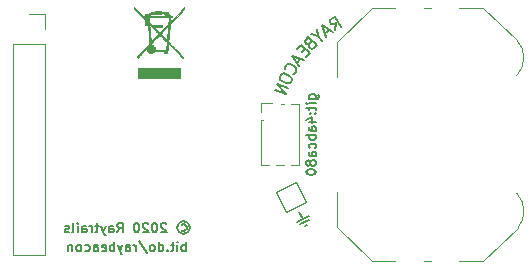
<source format=gbr>
G04 #@! TF.GenerationSoftware,KiCad,Pcbnew,(5.1.5-0)*
G04 #@! TF.CreationDate,2020-05-02T01:07:30+03:00*
G04 #@! TF.ProjectId,raybeacon,72617962-6561-4636-9f6e-2e6b69636164,1.4*
G04 #@! TF.SameCoordinates,PX8f0d180PY5f5e100*
G04 #@! TF.FileFunction,Legend,Bot*
G04 #@! TF.FilePolarity,Positive*
%FSLAX46Y46*%
G04 Gerber Fmt 4.6, Leading zero omitted, Abs format (unit mm)*
G04 Created by KiCad (PCBNEW (5.1.5-0)) date 2020-05-02 01:07:30*
%MOMM*%
%LPD*%
G04 APERTURE LIST*
%ADD10C,0.150000*%
%ADD11C,0.200000*%
%ADD12C,0.120000*%
%ADD13C,0.010000*%
%ADD14C,2.100000*%
%ADD15C,0.990600*%
%ADD16C,0.400000*%
%ADD17R,1.000000X1.000000*%
%ADD18O,1.000000X1.000000*%
%ADD19C,17.800000*%
%ADD20C,2.300000*%
%ADD21R,1.700000X1.700000*%
%ADD22O,1.700000X1.700000*%
%ADD23C,0.100000*%
G04 APERTURE END LIST*
D10*
X-7971429Y3009524D02*
X-7323810Y3009524D01*
X-7247620Y3047620D01*
X-7209524Y3085715D01*
X-7171429Y3161905D01*
X-7171429Y3276191D01*
X-7209524Y3352381D01*
X-7476191Y3009524D02*
X-7438096Y3085715D01*
X-7438096Y3238096D01*
X-7476191Y3314286D01*
X-7514286Y3352381D01*
X-7590477Y3390477D01*
X-7819048Y3390477D01*
X-7895239Y3352381D01*
X-7933334Y3314286D01*
X-7971429Y3238096D01*
X-7971429Y3085715D01*
X-7933334Y3009524D01*
X-7438096Y2628572D02*
X-7971429Y2628572D01*
X-8238096Y2628572D02*
X-8200000Y2666667D01*
X-8161905Y2628572D01*
X-8200000Y2590477D01*
X-8238096Y2628572D01*
X-8161905Y2628572D01*
X-7971429Y2361905D02*
X-7971429Y2057143D01*
X-8238096Y2247620D02*
X-7552381Y2247620D01*
X-7476191Y2209524D01*
X-7438096Y2133334D01*
X-7438096Y2057143D01*
X-7514286Y1790477D02*
X-7476191Y1752381D01*
X-7438096Y1790477D01*
X-7476191Y1828572D01*
X-7514286Y1790477D01*
X-7438096Y1790477D01*
X-7933334Y1790477D02*
X-7895239Y1752381D01*
X-7857143Y1790477D01*
X-7895239Y1828572D01*
X-7933334Y1790477D01*
X-7857143Y1790477D01*
X-7971429Y1066667D02*
X-7438096Y1066667D01*
X-8276191Y1257143D02*
X-7704762Y1447620D01*
X-7704762Y952381D01*
X-7438096Y304762D02*
X-7857143Y304762D01*
X-7933334Y342858D01*
X-7971429Y419048D01*
X-7971429Y571429D01*
X-7933334Y647620D01*
X-7476191Y304762D02*
X-7438096Y380953D01*
X-7438096Y571429D01*
X-7476191Y647620D01*
X-7552381Y685715D01*
X-7628572Y685715D01*
X-7704762Y647620D01*
X-7742858Y571429D01*
X-7742858Y380953D01*
X-7780953Y304762D01*
X-7438096Y-76190D02*
X-8238096Y-76190D01*
X-7933334Y-76190D02*
X-7971429Y-152380D01*
X-7971429Y-304761D01*
X-7933334Y-380952D01*
X-7895239Y-419047D01*
X-7819048Y-457142D01*
X-7590477Y-457142D01*
X-7514286Y-419047D01*
X-7476191Y-380952D01*
X-7438096Y-304761D01*
X-7438096Y-152380D01*
X-7476191Y-76190D01*
X-7476191Y-1142857D02*
X-7438096Y-1066666D01*
X-7438096Y-914285D01*
X-7476191Y-838095D01*
X-7514286Y-800000D01*
X-7590477Y-761904D01*
X-7819048Y-761904D01*
X-7895239Y-800000D01*
X-7933334Y-838095D01*
X-7971429Y-914285D01*
X-7971429Y-1066666D01*
X-7933334Y-1142857D01*
X-7438096Y-1828571D02*
X-7857143Y-1828571D01*
X-7933334Y-1790476D01*
X-7971429Y-1714285D01*
X-7971429Y-1561904D01*
X-7933334Y-1485714D01*
X-7476191Y-1828571D02*
X-7438096Y-1752380D01*
X-7438096Y-1561904D01*
X-7476191Y-1485714D01*
X-7552381Y-1447619D01*
X-7628572Y-1447619D01*
X-7704762Y-1485714D01*
X-7742858Y-1561904D01*
X-7742858Y-1752380D01*
X-7780953Y-1828571D01*
X-7895239Y-2323809D02*
X-7933334Y-2247619D01*
X-7971429Y-2209523D01*
X-8047620Y-2171428D01*
X-8085715Y-2171428D01*
X-8161905Y-2209523D01*
X-8200000Y-2247619D01*
X-8238096Y-2323809D01*
X-8238096Y-2476190D01*
X-8200000Y-2552380D01*
X-8161905Y-2590476D01*
X-8085715Y-2628571D01*
X-8047620Y-2628571D01*
X-7971429Y-2590476D01*
X-7933334Y-2552380D01*
X-7895239Y-2476190D01*
X-7895239Y-2323809D01*
X-7857143Y-2247619D01*
X-7819048Y-2209523D01*
X-7742858Y-2171428D01*
X-7590477Y-2171428D01*
X-7514286Y-2209523D01*
X-7476191Y-2247619D01*
X-7438096Y-2323809D01*
X-7438096Y-2476190D01*
X-7476191Y-2552380D01*
X-7514286Y-2590476D01*
X-7590477Y-2628571D01*
X-7742858Y-2628571D01*
X-7819048Y-2590476D01*
X-7857143Y-2552380D01*
X-7895239Y-2476190D01*
X-8238096Y-3123809D02*
X-8238096Y-3200000D01*
X-8200000Y-3276190D01*
X-8161905Y-3314285D01*
X-8085715Y-3352380D01*
X-7933334Y-3390476D01*
X-7742858Y-3390476D01*
X-7590477Y-3352380D01*
X-7514286Y-3314285D01*
X-7476191Y-3276190D01*
X-7438096Y-3200000D01*
X-7438096Y-3123809D01*
X-7476191Y-3047619D01*
X-7514286Y-3009523D01*
X-7590477Y-2971428D01*
X-7742858Y-2933333D01*
X-7933334Y-2933333D01*
X-8085715Y-2971428D01*
X-8161905Y-3009523D01*
X-8200000Y-3047619D01*
X-8238096Y-3123809D01*
D11*
X-8504217Y-7165645D02*
X-8822010Y-6541941D01*
X-9038820Y-7438039D02*
X-7969613Y-6893251D01*
X-8724423Y-7614542D02*
X-8011615Y-7251351D01*
X-8320924Y-7745647D02*
X-8142722Y-7654850D01*
D10*
X-18790477Y-7652380D02*
X-18714286Y-7614285D01*
X-18561905Y-7614285D01*
X-18485715Y-7652380D01*
X-18409524Y-7728571D01*
X-18371429Y-7804761D01*
X-18371429Y-7957142D01*
X-18409524Y-8033333D01*
X-18485715Y-8109523D01*
X-18561905Y-8147619D01*
X-18714286Y-8147619D01*
X-18790477Y-8109523D01*
X-18638096Y-7347619D02*
X-18447620Y-7385714D01*
X-18257143Y-7500000D01*
X-18142858Y-7690476D01*
X-18104762Y-7880952D01*
X-18142858Y-8071428D01*
X-18257143Y-8261904D01*
X-18447620Y-8376190D01*
X-18638096Y-8414285D01*
X-18828572Y-8376190D01*
X-19019048Y-8261904D01*
X-19133334Y-8071428D01*
X-19171429Y-7880952D01*
X-19133334Y-7690476D01*
X-19019048Y-7500000D01*
X-18828572Y-7385714D01*
X-18638096Y-7347619D01*
X-20085715Y-7538095D02*
X-20123810Y-7500000D01*
X-20200000Y-7461904D01*
X-20390477Y-7461904D01*
X-20466667Y-7500000D01*
X-20504762Y-7538095D01*
X-20542858Y-7614285D01*
X-20542858Y-7690476D01*
X-20504762Y-7804761D01*
X-20047620Y-8261904D01*
X-20542858Y-8261904D01*
X-21038096Y-7461904D02*
X-21114286Y-7461904D01*
X-21190477Y-7500000D01*
X-21228572Y-7538095D01*
X-21266667Y-7614285D01*
X-21304762Y-7766666D01*
X-21304762Y-7957142D01*
X-21266667Y-8109523D01*
X-21228572Y-8185714D01*
X-21190477Y-8223809D01*
X-21114286Y-8261904D01*
X-21038096Y-8261904D01*
X-20961905Y-8223809D01*
X-20923810Y-8185714D01*
X-20885715Y-8109523D01*
X-20847620Y-7957142D01*
X-20847620Y-7766666D01*
X-20885715Y-7614285D01*
X-20923810Y-7538095D01*
X-20961905Y-7500000D01*
X-21038096Y-7461904D01*
X-21609524Y-7538095D02*
X-21647620Y-7500000D01*
X-21723810Y-7461904D01*
X-21914286Y-7461904D01*
X-21990477Y-7500000D01*
X-22028572Y-7538095D01*
X-22066667Y-7614285D01*
X-22066667Y-7690476D01*
X-22028572Y-7804761D01*
X-21571429Y-8261904D01*
X-22066667Y-8261904D01*
X-22561905Y-7461904D02*
X-22638096Y-7461904D01*
X-22714286Y-7500000D01*
X-22752381Y-7538095D01*
X-22790477Y-7614285D01*
X-22828572Y-7766666D01*
X-22828572Y-7957142D01*
X-22790477Y-8109523D01*
X-22752381Y-8185714D01*
X-22714286Y-8223809D01*
X-22638096Y-8261904D01*
X-22561905Y-8261904D01*
X-22485715Y-8223809D01*
X-22447620Y-8185714D01*
X-22409524Y-8109523D01*
X-22371429Y-7957142D01*
X-22371429Y-7766666D01*
X-22409524Y-7614285D01*
X-22447620Y-7538095D01*
X-22485715Y-7500000D01*
X-22561905Y-7461904D01*
X-24238096Y-8261904D02*
X-23971429Y-7880952D01*
X-23780953Y-8261904D02*
X-23780953Y-7461904D01*
X-24085715Y-7461904D01*
X-24161905Y-7500000D01*
X-24200000Y-7538095D01*
X-24238096Y-7614285D01*
X-24238096Y-7728571D01*
X-24200000Y-7804761D01*
X-24161905Y-7842857D01*
X-24085715Y-7880952D01*
X-23780953Y-7880952D01*
X-24923810Y-8261904D02*
X-24923810Y-7842857D01*
X-24885715Y-7766666D01*
X-24809524Y-7728571D01*
X-24657143Y-7728571D01*
X-24580953Y-7766666D01*
X-24923810Y-8223809D02*
X-24847620Y-8261904D01*
X-24657143Y-8261904D01*
X-24580953Y-8223809D01*
X-24542858Y-8147619D01*
X-24542858Y-8071428D01*
X-24580953Y-7995238D01*
X-24657143Y-7957142D01*
X-24847620Y-7957142D01*
X-24923810Y-7919047D01*
X-25228572Y-7728571D02*
X-25419048Y-8261904D01*
X-25609524Y-7728571D02*
X-25419048Y-8261904D01*
X-25342858Y-8452380D01*
X-25304762Y-8490476D01*
X-25228572Y-8528571D01*
X-25800000Y-7728571D02*
X-26104762Y-7728571D01*
X-25914286Y-7461904D02*
X-25914286Y-8147619D01*
X-25952381Y-8223809D01*
X-26028572Y-8261904D01*
X-26104762Y-8261904D01*
X-26371429Y-8261904D02*
X-26371429Y-7728571D01*
X-26371429Y-7880952D02*
X-26409524Y-7804761D01*
X-26447620Y-7766666D01*
X-26523810Y-7728571D01*
X-26600000Y-7728571D01*
X-27209524Y-8261904D02*
X-27209524Y-7842857D01*
X-27171429Y-7766666D01*
X-27095239Y-7728571D01*
X-26942858Y-7728571D01*
X-26866667Y-7766666D01*
X-27209524Y-8223809D02*
X-27133334Y-8261904D01*
X-26942858Y-8261904D01*
X-26866667Y-8223809D01*
X-26828572Y-8147619D01*
X-26828572Y-8071428D01*
X-26866667Y-7995238D01*
X-26942858Y-7957142D01*
X-27133334Y-7957142D01*
X-27209524Y-7919047D01*
X-27590477Y-8261904D02*
X-27590477Y-7728571D01*
X-27590477Y-7461904D02*
X-27552381Y-7500000D01*
X-27590477Y-7538095D01*
X-27628572Y-7500000D01*
X-27590477Y-7461904D01*
X-27590477Y-7538095D01*
X-28085715Y-8261904D02*
X-28009524Y-8223809D01*
X-27971429Y-8147619D01*
X-27971429Y-7461904D01*
X-28352381Y-8223809D02*
X-28428572Y-8261904D01*
X-28580953Y-8261904D01*
X-28657143Y-8223809D01*
X-28695239Y-8147619D01*
X-28695239Y-8109523D01*
X-28657143Y-8033333D01*
X-28580953Y-7995238D01*
X-28466667Y-7995238D01*
X-28390477Y-7957142D01*
X-28352381Y-7880952D01*
X-28352381Y-7842857D01*
X-28390477Y-7766666D01*
X-28466667Y-7728571D01*
X-28580953Y-7728571D01*
X-28657143Y-7766666D01*
X-18428572Y-9861904D02*
X-18428572Y-9061904D01*
X-18428572Y-9366666D02*
X-18504762Y-9328571D01*
X-18657143Y-9328571D01*
X-18733334Y-9366666D01*
X-18771429Y-9404761D01*
X-18809524Y-9480952D01*
X-18809524Y-9709523D01*
X-18771429Y-9785714D01*
X-18733334Y-9823809D01*
X-18657143Y-9861904D01*
X-18504762Y-9861904D01*
X-18428572Y-9823809D01*
X-19152381Y-9861904D02*
X-19152381Y-9328571D01*
X-19152381Y-9061904D02*
X-19114286Y-9100000D01*
X-19152381Y-9138095D01*
X-19190477Y-9100000D01*
X-19152381Y-9061904D01*
X-19152381Y-9138095D01*
X-19419048Y-9328571D02*
X-19723810Y-9328571D01*
X-19533334Y-9061904D02*
X-19533334Y-9747619D01*
X-19571429Y-9823809D01*
X-19647620Y-9861904D01*
X-19723810Y-9861904D01*
X-19990477Y-9785714D02*
X-20028572Y-9823809D01*
X-19990477Y-9861904D01*
X-19952381Y-9823809D01*
X-19990477Y-9785714D01*
X-19990477Y-9861904D01*
X-20714286Y-9861904D02*
X-20714286Y-9061904D01*
X-20714286Y-9823809D02*
X-20638096Y-9861904D01*
X-20485715Y-9861904D01*
X-20409524Y-9823809D01*
X-20371429Y-9785714D01*
X-20333334Y-9709523D01*
X-20333334Y-9480952D01*
X-20371429Y-9404761D01*
X-20409524Y-9366666D01*
X-20485715Y-9328571D01*
X-20638096Y-9328571D01*
X-20714286Y-9366666D01*
X-21209524Y-9861904D02*
X-21133334Y-9823809D01*
X-21095239Y-9785714D01*
X-21057143Y-9709523D01*
X-21057143Y-9480952D01*
X-21095239Y-9404761D01*
X-21133334Y-9366666D01*
X-21209524Y-9328571D01*
X-21323810Y-9328571D01*
X-21400000Y-9366666D01*
X-21438096Y-9404761D01*
X-21476191Y-9480952D01*
X-21476191Y-9709523D01*
X-21438096Y-9785714D01*
X-21400000Y-9823809D01*
X-21323810Y-9861904D01*
X-21209524Y-9861904D01*
X-22390477Y-9023809D02*
X-21704762Y-10052380D01*
X-22657143Y-9861904D02*
X-22657143Y-9328571D01*
X-22657143Y-9480952D02*
X-22695239Y-9404761D01*
X-22733334Y-9366666D01*
X-22809524Y-9328571D01*
X-22885715Y-9328571D01*
X-23495239Y-9861904D02*
X-23495239Y-9442857D01*
X-23457143Y-9366666D01*
X-23380953Y-9328571D01*
X-23228572Y-9328571D01*
X-23152381Y-9366666D01*
X-23495239Y-9823809D02*
X-23419048Y-9861904D01*
X-23228572Y-9861904D01*
X-23152381Y-9823809D01*
X-23114286Y-9747619D01*
X-23114286Y-9671428D01*
X-23152381Y-9595238D01*
X-23228572Y-9557142D01*
X-23419048Y-9557142D01*
X-23495239Y-9519047D01*
X-23800000Y-9328571D02*
X-23990477Y-9861904D01*
X-24180953Y-9328571D02*
X-23990477Y-9861904D01*
X-23914286Y-10052380D01*
X-23876191Y-10090476D01*
X-23800000Y-10128571D01*
X-24485715Y-9861904D02*
X-24485715Y-9061904D01*
X-24485715Y-9366666D02*
X-24561905Y-9328571D01*
X-24714286Y-9328571D01*
X-24790477Y-9366666D01*
X-24828572Y-9404761D01*
X-24866667Y-9480952D01*
X-24866667Y-9709523D01*
X-24828572Y-9785714D01*
X-24790477Y-9823809D01*
X-24714286Y-9861904D01*
X-24561905Y-9861904D01*
X-24485715Y-9823809D01*
X-25514286Y-9823809D02*
X-25438096Y-9861904D01*
X-25285715Y-9861904D01*
X-25209524Y-9823809D01*
X-25171429Y-9747619D01*
X-25171429Y-9442857D01*
X-25209524Y-9366666D01*
X-25285715Y-9328571D01*
X-25438096Y-9328571D01*
X-25514286Y-9366666D01*
X-25552381Y-9442857D01*
X-25552381Y-9519047D01*
X-25171429Y-9595238D01*
X-26238096Y-9861904D02*
X-26238096Y-9442857D01*
X-26200000Y-9366666D01*
X-26123810Y-9328571D01*
X-25971429Y-9328571D01*
X-25895239Y-9366666D01*
X-26238096Y-9823809D02*
X-26161905Y-9861904D01*
X-25971429Y-9861904D01*
X-25895239Y-9823809D01*
X-25857143Y-9747619D01*
X-25857143Y-9671428D01*
X-25895239Y-9595238D01*
X-25971429Y-9557142D01*
X-26161905Y-9557142D01*
X-26238096Y-9519047D01*
X-26961905Y-9823809D02*
X-26885715Y-9861904D01*
X-26733334Y-9861904D01*
X-26657143Y-9823809D01*
X-26619048Y-9785714D01*
X-26580953Y-9709523D01*
X-26580953Y-9480952D01*
X-26619048Y-9404761D01*
X-26657143Y-9366666D01*
X-26733334Y-9328571D01*
X-26885715Y-9328571D01*
X-26961905Y-9366666D01*
X-27419048Y-9861904D02*
X-27342858Y-9823809D01*
X-27304762Y-9785714D01*
X-27266667Y-9709523D01*
X-27266667Y-9480952D01*
X-27304762Y-9404761D01*
X-27342858Y-9366666D01*
X-27419048Y-9328571D01*
X-27533334Y-9328571D01*
X-27609524Y-9366666D01*
X-27647620Y-9404761D01*
X-27685715Y-9480952D01*
X-27685715Y-9709523D01*
X-27647620Y-9785714D01*
X-27609524Y-9823809D01*
X-27533334Y-9861904D01*
X-27419048Y-9861904D01*
X-28028572Y-9328571D02*
X-28028572Y-9861904D01*
X-28028572Y-9404761D02*
X-28066667Y-9366666D01*
X-28142858Y-9328571D01*
X-28257143Y-9328571D01*
X-28333334Y-9366666D01*
X-28371429Y-9442857D01*
X-28371429Y-9861904D01*
X-9779603Y3961475D02*
X-10716275Y4311682D01*
X-9979721Y3426234D01*
X-10916393Y3776441D01*
X-10381710Y5057342D02*
X-10463712Y4885421D01*
X-10461733Y4778960D01*
X-10416774Y4651998D01*
X-10265353Y4527016D01*
X-9964492Y4383512D01*
X-9772070Y4344491D01*
X-9645108Y4389450D01*
X-9561127Y4454910D01*
X-9479125Y4626831D01*
X-9481104Y4733292D01*
X-9526064Y4860254D01*
X-9677484Y4985236D01*
X-9978346Y5128740D01*
X-10170767Y5167762D01*
X-10297729Y5122802D01*
X-10381710Y5057342D01*
X-9327292Y5134963D02*
X-9262094Y5151825D01*
X-9148558Y5250746D01*
X-9100221Y5332806D01*
X-9068746Y5480064D01*
X-9102469Y5610461D01*
X-9160360Y5699828D01*
X-9300311Y5837532D01*
X-9423401Y5910037D01*
X-9611690Y5965681D01*
X-9717918Y5972989D01*
X-9848315Y5939266D01*
X-9961850Y5840344D01*
X-10010187Y5758284D01*
X-10041663Y5611026D01*
X-10024801Y5545827D01*
X-8737581Y6408780D02*
X-9010713Y6018707D01*
X-8448912Y6322915D02*
X-9459256Y6623441D01*
X-8831296Y5776814D01*
X-8343468Y7280728D02*
X-8557730Y7025380D01*
X-8248296Y6579247D02*
X-7942206Y6944030D01*
X-8708251Y7586818D01*
X-9014340Y7222035D01*
X-7946765Y7709118D02*
X-8012930Y7573848D01*
X-8012343Y7506507D01*
X-7977791Y7405790D01*
X-7875898Y7305660D01*
X-7774593Y7272871D01*
X-7707252Y7273459D01*
X-7606534Y7308011D01*
X-7339521Y7579725D01*
X-8052772Y8280634D01*
X-8286408Y8042884D01*
X-8319197Y7941579D01*
X-8318609Y7874238D01*
X-8284057Y7773521D01*
X-8216129Y7706767D01*
X-8114823Y7673978D01*
X-8047482Y7674566D01*
X-7946765Y7709118D01*
X-7713128Y7946868D01*
X-7232268Y8319775D02*
X-6919859Y7960389D01*
X-7324348Y8933785D02*
X-7232268Y8319775D01*
X-7827488Y8496412D01*
X-6252517Y8850073D02*
X-6635306Y8566824D01*
X-6006010Y8677049D02*
X-6868785Y9282632D01*
X-6541914Y8280501D01*
X-5775029Y8831598D02*
X-5739624Y9411783D01*
X-5287806Y9130168D02*
X-5810304Y9982808D01*
X-6135119Y9783761D01*
X-6191442Y9693398D01*
X-6207163Y9627915D01*
X-6198004Y9521830D01*
X-6123361Y9400024D01*
X-6032997Y9343701D01*
X-5967514Y9327980D01*
X-5861430Y9337140D01*
X-5536614Y9536187D01*
D12*
X-8880000Y2595001D02*
X-9522470Y2595001D01*
X-10137530Y2595001D02*
X-10340000Y2595001D01*
X-8880000Y2595001D02*
X-8880000Y-2604999D01*
X-11407530Y-2604999D02*
X-12050000Y-2604999D01*
X-8880000Y-2604999D02*
X-9522470Y-2604999D01*
X-10137530Y-2604999D02*
X-10792470Y-2604999D01*
X-12050000Y1265001D02*
X-12050000Y-2604999D01*
X-11860000Y1265001D02*
X-12050000Y1265001D01*
X-12050000Y2660001D02*
X-12050000Y1900001D01*
X-11100000Y2660001D02*
X-12050000Y2660001D01*
D13*
G36*
X-22824430Y10735152D02*
G01*
X-22823811Y10648069D01*
X-22372086Y10189109D01*
X-21920361Y9730148D01*
X-21920032Y9519529D01*
X-21919703Y9308911D01*
X-21644610Y9308911D01*
X-21637522Y9255470D01*
X-21634838Y9231112D01*
X-21630313Y9185241D01*
X-21624191Y9120595D01*
X-21616712Y9039909D01*
X-21608119Y8945919D01*
X-21598654Y8841363D01*
X-21588558Y8728975D01*
X-21578074Y8611493D01*
X-21567444Y8491652D01*
X-21556909Y8372189D01*
X-21546713Y8255841D01*
X-21537095Y8145343D01*
X-21528300Y8043431D01*
X-21520568Y7952842D01*
X-21514142Y7876313D01*
X-21509263Y7816579D01*
X-21506175Y7776376D01*
X-21505117Y7758441D01*
X-21505118Y7758356D01*
X-21512827Y7743965D01*
X-21535981Y7714252D01*
X-21574895Y7668869D01*
X-21629884Y7607471D01*
X-21701264Y7529712D01*
X-21789349Y7435246D01*
X-21894454Y7323728D01*
X-22016895Y7194812D01*
X-22051310Y7158713D01*
X-22597137Y6586584D01*
X-22508881Y6498564D01*
X-22437485Y6576242D01*
X-22411366Y6604314D01*
X-22370566Y6647726D01*
X-22317777Y6703634D01*
X-22255691Y6769192D01*
X-22187000Y6841559D01*
X-22114396Y6917888D01*
X-22070960Y6963476D01*
X-21989416Y7048881D01*
X-21923504Y7117290D01*
X-21871544Y7169947D01*
X-21831855Y7208095D01*
X-21802757Y7232980D01*
X-21782569Y7245844D01*
X-21769610Y7247932D01*
X-21762200Y7240487D01*
X-21758658Y7224754D01*
X-21757303Y7201977D01*
X-21757121Y7195761D01*
X-21747703Y7152939D01*
X-21724497Y7101181D01*
X-21692136Y7048672D01*
X-21655252Y7003597D01*
X-21640493Y6989672D01*
X-21564767Y6940953D01*
X-21476308Y6913694D01*
X-21398100Y6907227D01*
X-21309468Y6919424D01*
X-21227612Y6955187D01*
X-21155164Y7013278D01*
X-21141797Y7027738D01*
X-21092918Y7083267D01*
X-20247326Y7083267D01*
X-20247326Y6907227D01*
X-20020990Y6907227D01*
X-20020990Y6989469D01*
X-20018150Y7045614D01*
X-20008607Y7084584D01*
X-19997009Y7105781D01*
X-19988723Y7120948D01*
X-19981627Y7142938D01*
X-19975252Y7175013D01*
X-19969128Y7220431D01*
X-19962784Y7282452D01*
X-19955750Y7364338D01*
X-19950934Y7425254D01*
X-19928839Y7710657D01*
X-19386435Y7161195D01*
X-19288363Y7061772D01*
X-19194216Y6966185D01*
X-19105715Y6876190D01*
X-19024580Y6793543D01*
X-18952531Y6719999D01*
X-18891288Y6657316D01*
X-18842573Y6607248D01*
X-18808104Y6571552D01*
X-18789621Y6552005D01*
X-18759257Y6521056D01*
X-18733929Y6499470D01*
X-18720305Y6492277D01*
X-18702905Y6500703D01*
X-18677540Y6521755D01*
X-18668942Y6530329D01*
X-18632486Y6568380D01*
X-18833198Y6772342D01*
X-18884404Y6824301D01*
X-18950431Y6891180D01*
X-19028382Y6970050D01*
X-19115362Y7057986D01*
X-19208474Y7152059D01*
X-19304821Y7249342D01*
X-19401508Y7346907D01*
X-19470866Y7416855D01*
X-19576297Y7523450D01*
X-19664871Y7613693D01*
X-19737719Y7688808D01*
X-19795977Y7750014D01*
X-19840775Y7798534D01*
X-19862979Y7823871D01*
X-20041276Y7823871D01*
X-20063599Y7538445D01*
X-20070331Y7454781D01*
X-20076843Y7378273D01*
X-20082766Y7312919D01*
X-20087732Y7262719D01*
X-20091371Y7231671D01*
X-20092542Y7224727D01*
X-20099162Y7196435D01*
X-21048636Y7196435D01*
X-21054974Y7275394D01*
X-21074110Y7368685D01*
X-21114154Y7451209D01*
X-21172582Y7519962D01*
X-21246871Y7571937D01*
X-21330252Y7603137D01*
X-21357302Y7617772D01*
X-21370844Y7649181D01*
X-21371128Y7650566D01*
X-21372753Y7663826D01*
X-21370744Y7677405D01*
X-21363142Y7693819D01*
X-21347984Y7715589D01*
X-21323312Y7745233D01*
X-21287164Y7785268D01*
X-21237580Y7838215D01*
X-21172599Y7906591D01*
X-21168401Y7910995D01*
X-21098507Y7984389D01*
X-21024200Y8062563D01*
X-20950586Y8140136D01*
X-20882771Y8211725D01*
X-20825860Y8271949D01*
X-20813168Y8285413D01*
X-20764513Y8336180D01*
X-20721291Y8379625D01*
X-20686605Y8412759D01*
X-20663556Y8432595D01*
X-20655818Y8436954D01*
X-20644278Y8427830D01*
X-20617290Y8402800D01*
X-20576979Y8363948D01*
X-20525471Y8313357D01*
X-20464891Y8253112D01*
X-20397364Y8185296D01*
X-20342174Y8129435D01*
X-20041276Y7823871D01*
X-19862979Y7823871D01*
X-19873249Y7835589D01*
X-19894529Y7862401D01*
X-19905749Y7880192D01*
X-19908246Y7888430D01*
X-19907300Y7906410D01*
X-19904427Y7947108D01*
X-19899813Y8008181D01*
X-19893642Y8087287D01*
X-19886102Y8182086D01*
X-19877379Y8290233D01*
X-19867657Y8409388D01*
X-19857124Y8537209D01*
X-19848635Y8639365D01*
X-19800604Y9215326D01*
X-19924195Y9215326D01*
X-19924727Y9202896D01*
X-19927231Y9167890D01*
X-19931504Y9112785D01*
X-19937347Y9040057D01*
X-19944557Y8952186D01*
X-19952934Y8851649D01*
X-19962277Y8740923D01*
X-19971242Y8635795D01*
X-19981398Y8516517D01*
X-19990858Y8403920D01*
X-19999404Y8300695D01*
X-20006821Y8209527D01*
X-20012892Y8133105D01*
X-20017399Y8074117D01*
X-20020127Y8035251D01*
X-20020884Y8020156D01*
X-20022065Y8010762D01*
X-20026744Y8007034D01*
X-20036724Y8010529D01*
X-20053810Y8022801D01*
X-20079804Y8045406D01*
X-20116510Y8079900D01*
X-20165733Y8127838D01*
X-20229274Y8190776D01*
X-20296695Y8258032D01*
X-20572399Y8533523D01*
X-20570467Y8535594D01*
X-20752710Y8535594D01*
X-20761016Y8524220D01*
X-20784267Y8497437D01*
X-20820135Y8457708D01*
X-20866287Y8407493D01*
X-20920394Y8349254D01*
X-20980126Y8285453D01*
X-21043152Y8218551D01*
X-21107142Y8151010D01*
X-21169764Y8085290D01*
X-21228690Y8023854D01*
X-21281588Y7969163D01*
X-21326128Y7923678D01*
X-21359980Y7889862D01*
X-21380812Y7870174D01*
X-21386494Y7866163D01*
X-21388366Y7879109D01*
X-21392254Y7914866D01*
X-21397943Y7971196D01*
X-21405219Y8045860D01*
X-21413869Y8136620D01*
X-21423678Y8241238D01*
X-21434434Y8357474D01*
X-21445921Y8483092D01*
X-21455093Y8584382D01*
X-21466826Y8715721D01*
X-21477665Y8839448D01*
X-21487430Y8953319D01*
X-21495937Y9055089D01*
X-21503005Y9142513D01*
X-21508451Y9213347D01*
X-21512092Y9265347D01*
X-21513747Y9296268D01*
X-21513558Y9304297D01*
X-21503666Y9297146D01*
X-21478476Y9274159D01*
X-21440190Y9237561D01*
X-21391011Y9189578D01*
X-21333139Y9132434D01*
X-21268778Y9068353D01*
X-21200129Y8999562D01*
X-21129395Y8928284D01*
X-21058778Y8856745D01*
X-20990480Y8787170D01*
X-20926704Y8721783D01*
X-20869650Y8662809D01*
X-20821522Y8612473D01*
X-20784522Y8573001D01*
X-20760852Y8546617D01*
X-20752710Y8535594D01*
X-20570467Y8535594D01*
X-20469591Y8643705D01*
X-20417232Y8699623D01*
X-20358465Y8762052D01*
X-20295615Y8828557D01*
X-20231005Y8896702D01*
X-20166958Y8964052D01*
X-20105797Y9028172D01*
X-20049847Y9086628D01*
X-20001430Y9136982D01*
X-19962870Y9176802D01*
X-19936491Y9203650D01*
X-19924616Y9215092D01*
X-19924195Y9215326D01*
X-19800604Y9215326D01*
X-19788599Y9359274D01*
X-19188062Y9990842D01*
X-18587525Y10622411D01*
X-18587966Y10710685D01*
X-18588408Y10798960D01*
X-18685417Y10695334D01*
X-18739709Y10637537D01*
X-18803808Y10569632D01*
X-18875984Y10493428D01*
X-18954508Y10410731D01*
X-19037651Y10323347D01*
X-19123681Y10233085D01*
X-19210870Y10141750D01*
X-19297487Y10051151D01*
X-19381803Y9963093D01*
X-19462088Y9879385D01*
X-19536613Y9801833D01*
X-19603646Y9732243D01*
X-19661459Y9672424D01*
X-19708321Y9624182D01*
X-19742504Y9589324D01*
X-19762276Y9569657D01*
X-19766610Y9565884D01*
X-19766908Y9579008D01*
X-19765269Y9612611D01*
X-19761977Y9662120D01*
X-19757318Y9722963D01*
X-19755318Y9747268D01*
X-19740423Y9925049D01*
X-19857045Y9925049D01*
X-19863066Y9896757D01*
X-19866137Y9874382D01*
X-19870452Y9832283D01*
X-19875512Y9775822D01*
X-19880819Y9710365D01*
X-19882656Y9686138D01*
X-19888073Y9616579D01*
X-19893541Y9551982D01*
X-19898512Y9498452D01*
X-19902439Y9462090D01*
X-19903325Y9455491D01*
X-19906666Y9441944D01*
X-19913899Y9426086D01*
X-19926560Y9406139D01*
X-19946189Y9380327D01*
X-19974322Y9346871D01*
X-20012498Y9303993D01*
X-20062254Y9249917D01*
X-20125129Y9182864D01*
X-20202659Y9101057D01*
X-20281749Y9018050D01*
X-20360436Y8935906D01*
X-20433888Y8859831D01*
X-20500276Y8791675D01*
X-20557773Y8733288D01*
X-20604549Y8686519D01*
X-20638776Y8653218D01*
X-20658627Y8635233D01*
X-20662860Y8632558D01*
X-20673997Y8642259D01*
X-20700029Y8667559D01*
X-20738430Y8705918D01*
X-20786672Y8754800D01*
X-20842230Y8811666D01*
X-20882408Y8853094D01*
X-21092169Y9070000D01*
X-20473663Y9070000D01*
X-20473663Y9308911D01*
X-21228119Y9308911D01*
X-21228119Y9202458D01*
X-21366435Y9340346D01*
X-21464553Y9438160D01*
X-21655643Y9438160D01*
X-21657471Y9422730D01*
X-21666723Y9414133D01*
X-21689050Y9410387D01*
X-21730105Y9409511D01*
X-21737376Y9409505D01*
X-21819109Y9409505D01*
X-21819109Y9628828D01*
X-21737376Y9547821D01*
X-21691270Y9498572D01*
X-21663694Y9460841D01*
X-21655643Y9438160D01*
X-21464553Y9438160D01*
X-21504752Y9478234D01*
X-21504752Y9601048D01*
X-21505137Y9657550D01*
X-21506900Y9693495D01*
X-21510950Y9713470D01*
X-21518199Y9722063D01*
X-21529130Y9723861D01*
X-21541288Y9726502D01*
X-21550273Y9737088D01*
X-21557174Y9759619D01*
X-21563076Y9798091D01*
X-21569065Y9856502D01*
X-21570987Y9877896D01*
X-21575148Y9925049D01*
X-19857045Y9925049D01*
X-19740423Y9925049D01*
X-19580891Y9925049D01*
X-19580891Y10038218D01*
X-19648686Y10038218D01*
X-19688338Y10039304D01*
X-19709884Y10044546D01*
X-19712520Y10047666D01*
X-19851384Y10047666D01*
X-19858692Y10040538D01*
X-19884007Y10038338D01*
X-19901092Y10038218D01*
X-19958119Y10038218D01*
X-20170779Y10038218D01*
X-21585302Y10038218D01*
X-21537458Y10087214D01*
X-21463150Y10147676D01*
X-21371184Y10194309D01*
X-21260002Y10227751D01*
X-21149529Y10246247D01*
X-21077227Y10254878D01*
X-21077227Y10163960D01*
X-20498812Y10163960D01*
X-20498812Y10267107D01*
X-20413935Y10258504D01*
X-20354632Y10251244D01*
X-20291449Y10241621D01*
X-20253614Y10234748D01*
X-20178168Y10219593D01*
X-20174474Y10128905D01*
X-20170779Y10038218D01*
X-19958119Y10038218D01*
X-19958119Y10088515D01*
X-19956456Y10120024D01*
X-19952303Y10137537D01*
X-19950629Y10138812D01*
X-19932013Y10130746D01*
X-19904817Y10111180D01*
X-19877552Y10087056D01*
X-19858733Y10065318D01*
X-19857057Y10062492D01*
X-19851384Y10047666D01*
X-19712520Y10047666D01*
X-19720338Y10056919D01*
X-19724558Y10070396D01*
X-19741781Y10105373D01*
X-19774862Y10147421D01*
X-19818107Y10190644D01*
X-19865826Y10229146D01*
X-19897170Y10249199D01*
X-19932877Y10271149D01*
X-19951181Y10289589D01*
X-19957612Y10311332D01*
X-19958106Y10324282D01*
X-19958106Y10327425D01*
X-20599406Y10327425D01*
X-20599406Y10264554D01*
X-20976633Y10264554D01*
X-20976633Y10327425D01*
X-20599406Y10327425D01*
X-19958106Y10327425D01*
X-19958119Y10365148D01*
X-20063952Y10365148D01*
X-20112645Y10363971D01*
X-20150595Y10360835D01*
X-20171692Y10356329D01*
X-20173977Y10354505D01*
X-20187359Y10351705D01*
X-20219926Y10352852D01*
X-20266084Y10357607D01*
X-20297624Y10361997D01*
X-20354812Y10370622D01*
X-20407114Y10378409D01*
X-20446418Y10384153D01*
X-20457945Y10385785D01*
X-20488063Y10395112D01*
X-20498812Y10409728D01*
X-20502080Y10415680D01*
X-20513770Y10420222D01*
X-20536712Y10423530D01*
X-20573735Y10425785D01*
X-20627668Y10427166D01*
X-20701340Y10427850D01*
X-20788020Y10428020D01*
X-20880529Y10427923D01*
X-20950906Y10427470D01*
X-21002164Y10426410D01*
X-21037320Y10424497D01*
X-21059389Y10421481D01*
X-21071385Y10417115D01*
X-21076324Y10411151D01*
X-21077227Y10404216D01*
X-21084921Y10382205D01*
X-21110121Y10369679D01*
X-21156009Y10365212D01*
X-21164264Y10365148D01*
X-21241973Y10357132D01*
X-21330233Y10335064D01*
X-21421085Y10301916D01*
X-21506570Y10260661D01*
X-21578726Y10214269D01*
X-21588072Y10206918D01*
X-21618533Y10183002D01*
X-21636572Y10173424D01*
X-21649169Y10176520D01*
X-21662100Y10189296D01*
X-21700293Y10214322D01*
X-21749998Y10223929D01*
X-21803524Y10218933D01*
X-21853178Y10200149D01*
X-21891267Y10168394D01*
X-21894025Y10164703D01*
X-21922526Y10105425D01*
X-21927828Y10044066D01*
X-21910518Y9985573D01*
X-21871180Y9934896D01*
X-21866370Y9930711D01*
X-21838440Y9910833D01*
X-21810102Y9902079D01*
X-21770263Y9901447D01*
X-21760311Y9902008D01*
X-21721332Y9903438D01*
X-21701254Y9900161D01*
X-21693985Y9890272D01*
X-21693240Y9881039D01*
X-21691716Y9854256D01*
X-21687935Y9813975D01*
X-21685218Y9789876D01*
X-21681277Y9751599D01*
X-21682916Y9732004D01*
X-21692421Y9724842D01*
X-21709351Y9723861D01*
X-21719392Y9727099D01*
X-21735590Y9737580D01*
X-21759145Y9756452D01*
X-21791257Y9784865D01*
X-21833128Y9823965D01*
X-21885957Y9874903D01*
X-21950945Y9938827D01*
X-22029291Y10016886D01*
X-22122197Y10110228D01*
X-22230863Y10220002D01*
X-22283231Y10273048D01*
X-22825049Y10822233D01*
X-22824430Y10735152D01*
G37*
X-22824430Y10735152D02*
X-22823811Y10648069D01*
X-22372086Y10189109D01*
X-21920361Y9730148D01*
X-21920032Y9519529D01*
X-21919703Y9308911D01*
X-21644610Y9308911D01*
X-21637522Y9255470D01*
X-21634838Y9231112D01*
X-21630313Y9185241D01*
X-21624191Y9120595D01*
X-21616712Y9039909D01*
X-21608119Y8945919D01*
X-21598654Y8841363D01*
X-21588558Y8728975D01*
X-21578074Y8611493D01*
X-21567444Y8491652D01*
X-21556909Y8372189D01*
X-21546713Y8255841D01*
X-21537095Y8145343D01*
X-21528300Y8043431D01*
X-21520568Y7952842D01*
X-21514142Y7876313D01*
X-21509263Y7816579D01*
X-21506175Y7776376D01*
X-21505117Y7758441D01*
X-21505118Y7758356D01*
X-21512827Y7743965D01*
X-21535981Y7714252D01*
X-21574895Y7668869D01*
X-21629884Y7607471D01*
X-21701264Y7529712D01*
X-21789349Y7435246D01*
X-21894454Y7323728D01*
X-22016895Y7194812D01*
X-22051310Y7158713D01*
X-22597137Y6586584D01*
X-22508881Y6498564D01*
X-22437485Y6576242D01*
X-22411366Y6604314D01*
X-22370566Y6647726D01*
X-22317777Y6703634D01*
X-22255691Y6769192D01*
X-22187000Y6841559D01*
X-22114396Y6917888D01*
X-22070960Y6963476D01*
X-21989416Y7048881D01*
X-21923504Y7117290D01*
X-21871544Y7169947D01*
X-21831855Y7208095D01*
X-21802757Y7232980D01*
X-21782569Y7245844D01*
X-21769610Y7247932D01*
X-21762200Y7240487D01*
X-21758658Y7224754D01*
X-21757303Y7201977D01*
X-21757121Y7195761D01*
X-21747703Y7152939D01*
X-21724497Y7101181D01*
X-21692136Y7048672D01*
X-21655252Y7003597D01*
X-21640493Y6989672D01*
X-21564767Y6940953D01*
X-21476308Y6913694D01*
X-21398100Y6907227D01*
X-21309468Y6919424D01*
X-21227612Y6955187D01*
X-21155164Y7013278D01*
X-21141797Y7027738D01*
X-21092918Y7083267D01*
X-20247326Y7083267D01*
X-20247326Y6907227D01*
X-20020990Y6907227D01*
X-20020990Y6989469D01*
X-20018150Y7045614D01*
X-20008607Y7084584D01*
X-19997009Y7105781D01*
X-19988723Y7120948D01*
X-19981627Y7142938D01*
X-19975252Y7175013D01*
X-19969128Y7220431D01*
X-19962784Y7282452D01*
X-19955750Y7364338D01*
X-19950934Y7425254D01*
X-19928839Y7710657D01*
X-19386435Y7161195D01*
X-19288363Y7061772D01*
X-19194216Y6966185D01*
X-19105715Y6876190D01*
X-19024580Y6793543D01*
X-18952531Y6719999D01*
X-18891288Y6657316D01*
X-18842573Y6607248D01*
X-18808104Y6571552D01*
X-18789621Y6552005D01*
X-18759257Y6521056D01*
X-18733929Y6499470D01*
X-18720305Y6492277D01*
X-18702905Y6500703D01*
X-18677540Y6521755D01*
X-18668942Y6530329D01*
X-18632486Y6568380D01*
X-18833198Y6772342D01*
X-18884404Y6824301D01*
X-18950431Y6891180D01*
X-19028382Y6970050D01*
X-19115362Y7057986D01*
X-19208474Y7152059D01*
X-19304821Y7249342D01*
X-19401508Y7346907D01*
X-19470866Y7416855D01*
X-19576297Y7523450D01*
X-19664871Y7613693D01*
X-19737719Y7688808D01*
X-19795977Y7750014D01*
X-19840775Y7798534D01*
X-19862979Y7823871D01*
X-20041276Y7823871D01*
X-20063599Y7538445D01*
X-20070331Y7454781D01*
X-20076843Y7378273D01*
X-20082766Y7312919D01*
X-20087732Y7262719D01*
X-20091371Y7231671D01*
X-20092542Y7224727D01*
X-20099162Y7196435D01*
X-21048636Y7196435D01*
X-21054974Y7275394D01*
X-21074110Y7368685D01*
X-21114154Y7451209D01*
X-21172582Y7519962D01*
X-21246871Y7571937D01*
X-21330252Y7603137D01*
X-21357302Y7617772D01*
X-21370844Y7649181D01*
X-21371128Y7650566D01*
X-21372753Y7663826D01*
X-21370744Y7677405D01*
X-21363142Y7693819D01*
X-21347984Y7715589D01*
X-21323312Y7745233D01*
X-21287164Y7785268D01*
X-21237580Y7838215D01*
X-21172599Y7906591D01*
X-21168401Y7910995D01*
X-21098507Y7984389D01*
X-21024200Y8062563D01*
X-20950586Y8140136D01*
X-20882771Y8211725D01*
X-20825860Y8271949D01*
X-20813168Y8285413D01*
X-20764513Y8336180D01*
X-20721291Y8379625D01*
X-20686605Y8412759D01*
X-20663556Y8432595D01*
X-20655818Y8436954D01*
X-20644278Y8427830D01*
X-20617290Y8402800D01*
X-20576979Y8363948D01*
X-20525471Y8313357D01*
X-20464891Y8253112D01*
X-20397364Y8185296D01*
X-20342174Y8129435D01*
X-20041276Y7823871D01*
X-19862979Y7823871D01*
X-19873249Y7835589D01*
X-19894529Y7862401D01*
X-19905749Y7880192D01*
X-19908246Y7888430D01*
X-19907300Y7906410D01*
X-19904427Y7947108D01*
X-19899813Y8008181D01*
X-19893642Y8087287D01*
X-19886102Y8182086D01*
X-19877379Y8290233D01*
X-19867657Y8409388D01*
X-19857124Y8537209D01*
X-19848635Y8639365D01*
X-19800604Y9215326D01*
X-19924195Y9215326D01*
X-19924727Y9202896D01*
X-19927231Y9167890D01*
X-19931504Y9112785D01*
X-19937347Y9040057D01*
X-19944557Y8952186D01*
X-19952934Y8851649D01*
X-19962277Y8740923D01*
X-19971242Y8635795D01*
X-19981398Y8516517D01*
X-19990858Y8403920D01*
X-19999404Y8300695D01*
X-20006821Y8209527D01*
X-20012892Y8133105D01*
X-20017399Y8074117D01*
X-20020127Y8035251D01*
X-20020884Y8020156D01*
X-20022065Y8010762D01*
X-20026744Y8007034D01*
X-20036724Y8010529D01*
X-20053810Y8022801D01*
X-20079804Y8045406D01*
X-20116510Y8079900D01*
X-20165733Y8127838D01*
X-20229274Y8190776D01*
X-20296695Y8258032D01*
X-20572399Y8533523D01*
X-20570467Y8535594D01*
X-20752710Y8535594D01*
X-20761016Y8524220D01*
X-20784267Y8497437D01*
X-20820135Y8457708D01*
X-20866287Y8407493D01*
X-20920394Y8349254D01*
X-20980126Y8285453D01*
X-21043152Y8218551D01*
X-21107142Y8151010D01*
X-21169764Y8085290D01*
X-21228690Y8023854D01*
X-21281588Y7969163D01*
X-21326128Y7923678D01*
X-21359980Y7889862D01*
X-21380812Y7870174D01*
X-21386494Y7866163D01*
X-21388366Y7879109D01*
X-21392254Y7914866D01*
X-21397943Y7971196D01*
X-21405219Y8045860D01*
X-21413869Y8136620D01*
X-21423678Y8241238D01*
X-21434434Y8357474D01*
X-21445921Y8483092D01*
X-21455093Y8584382D01*
X-21466826Y8715721D01*
X-21477665Y8839448D01*
X-21487430Y8953319D01*
X-21495937Y9055089D01*
X-21503005Y9142513D01*
X-21508451Y9213347D01*
X-21512092Y9265347D01*
X-21513747Y9296268D01*
X-21513558Y9304297D01*
X-21503666Y9297146D01*
X-21478476Y9274159D01*
X-21440190Y9237561D01*
X-21391011Y9189578D01*
X-21333139Y9132434D01*
X-21268778Y9068353D01*
X-21200129Y8999562D01*
X-21129395Y8928284D01*
X-21058778Y8856745D01*
X-20990480Y8787170D01*
X-20926704Y8721783D01*
X-20869650Y8662809D01*
X-20821522Y8612473D01*
X-20784522Y8573001D01*
X-20760852Y8546617D01*
X-20752710Y8535594D01*
X-20570467Y8535594D01*
X-20469591Y8643705D01*
X-20417232Y8699623D01*
X-20358465Y8762052D01*
X-20295615Y8828557D01*
X-20231005Y8896702D01*
X-20166958Y8964052D01*
X-20105797Y9028172D01*
X-20049847Y9086628D01*
X-20001430Y9136982D01*
X-19962870Y9176802D01*
X-19936491Y9203650D01*
X-19924616Y9215092D01*
X-19924195Y9215326D01*
X-19800604Y9215326D01*
X-19788599Y9359274D01*
X-19188062Y9990842D01*
X-18587525Y10622411D01*
X-18587966Y10710685D01*
X-18588408Y10798960D01*
X-18685417Y10695334D01*
X-18739709Y10637537D01*
X-18803808Y10569632D01*
X-18875984Y10493428D01*
X-18954508Y10410731D01*
X-19037651Y10323347D01*
X-19123681Y10233085D01*
X-19210870Y10141750D01*
X-19297487Y10051151D01*
X-19381803Y9963093D01*
X-19462088Y9879385D01*
X-19536613Y9801833D01*
X-19603646Y9732243D01*
X-19661459Y9672424D01*
X-19708321Y9624182D01*
X-19742504Y9589324D01*
X-19762276Y9569657D01*
X-19766610Y9565884D01*
X-19766908Y9579008D01*
X-19765269Y9612611D01*
X-19761977Y9662120D01*
X-19757318Y9722963D01*
X-19755318Y9747268D01*
X-19740423Y9925049D01*
X-19857045Y9925049D01*
X-19863066Y9896757D01*
X-19866137Y9874382D01*
X-19870452Y9832283D01*
X-19875512Y9775822D01*
X-19880819Y9710365D01*
X-19882656Y9686138D01*
X-19888073Y9616579D01*
X-19893541Y9551982D01*
X-19898512Y9498452D01*
X-19902439Y9462090D01*
X-19903325Y9455491D01*
X-19906666Y9441944D01*
X-19913899Y9426086D01*
X-19926560Y9406139D01*
X-19946189Y9380327D01*
X-19974322Y9346871D01*
X-20012498Y9303993D01*
X-20062254Y9249917D01*
X-20125129Y9182864D01*
X-20202659Y9101057D01*
X-20281749Y9018050D01*
X-20360436Y8935906D01*
X-20433888Y8859831D01*
X-20500276Y8791675D01*
X-20557773Y8733288D01*
X-20604549Y8686519D01*
X-20638776Y8653218D01*
X-20658627Y8635233D01*
X-20662860Y8632558D01*
X-20673997Y8642259D01*
X-20700029Y8667559D01*
X-20738430Y8705918D01*
X-20786672Y8754800D01*
X-20842230Y8811666D01*
X-20882408Y8853094D01*
X-21092169Y9070000D01*
X-20473663Y9070000D01*
X-20473663Y9308911D01*
X-21228119Y9308911D01*
X-21228119Y9202458D01*
X-21366435Y9340346D01*
X-21464553Y9438160D01*
X-21655643Y9438160D01*
X-21657471Y9422730D01*
X-21666723Y9414133D01*
X-21689050Y9410387D01*
X-21730105Y9409511D01*
X-21737376Y9409505D01*
X-21819109Y9409505D01*
X-21819109Y9628828D01*
X-21737376Y9547821D01*
X-21691270Y9498572D01*
X-21663694Y9460841D01*
X-21655643Y9438160D01*
X-21464553Y9438160D01*
X-21504752Y9478234D01*
X-21504752Y9601048D01*
X-21505137Y9657550D01*
X-21506900Y9693495D01*
X-21510950Y9713470D01*
X-21518199Y9722063D01*
X-21529130Y9723861D01*
X-21541288Y9726502D01*
X-21550273Y9737088D01*
X-21557174Y9759619D01*
X-21563076Y9798091D01*
X-21569065Y9856502D01*
X-21570987Y9877896D01*
X-21575148Y9925049D01*
X-19857045Y9925049D01*
X-19740423Y9925049D01*
X-19580891Y9925049D01*
X-19580891Y10038218D01*
X-19648686Y10038218D01*
X-19688338Y10039304D01*
X-19709884Y10044546D01*
X-19712520Y10047666D01*
X-19851384Y10047666D01*
X-19858692Y10040538D01*
X-19884007Y10038338D01*
X-19901092Y10038218D01*
X-19958119Y10038218D01*
X-20170779Y10038218D01*
X-21585302Y10038218D01*
X-21537458Y10087214D01*
X-21463150Y10147676D01*
X-21371184Y10194309D01*
X-21260002Y10227751D01*
X-21149529Y10246247D01*
X-21077227Y10254878D01*
X-21077227Y10163960D01*
X-20498812Y10163960D01*
X-20498812Y10267107D01*
X-20413935Y10258504D01*
X-20354632Y10251244D01*
X-20291449Y10241621D01*
X-20253614Y10234748D01*
X-20178168Y10219593D01*
X-20174474Y10128905D01*
X-20170779Y10038218D01*
X-19958119Y10038218D01*
X-19958119Y10088515D01*
X-19956456Y10120024D01*
X-19952303Y10137537D01*
X-19950629Y10138812D01*
X-19932013Y10130746D01*
X-19904817Y10111180D01*
X-19877552Y10087056D01*
X-19858733Y10065318D01*
X-19857057Y10062492D01*
X-19851384Y10047666D01*
X-19712520Y10047666D01*
X-19720338Y10056919D01*
X-19724558Y10070396D01*
X-19741781Y10105373D01*
X-19774862Y10147421D01*
X-19818107Y10190644D01*
X-19865826Y10229146D01*
X-19897170Y10249199D01*
X-19932877Y10271149D01*
X-19951181Y10289589D01*
X-19957612Y10311332D01*
X-19958106Y10324282D01*
X-19958106Y10327425D01*
X-20599406Y10327425D01*
X-20599406Y10264554D01*
X-20976633Y10264554D01*
X-20976633Y10327425D01*
X-20599406Y10327425D01*
X-19958106Y10327425D01*
X-19958119Y10365148D01*
X-20063952Y10365148D01*
X-20112645Y10363971D01*
X-20150595Y10360835D01*
X-20171692Y10356329D01*
X-20173977Y10354505D01*
X-20187359Y10351705D01*
X-20219926Y10352852D01*
X-20266084Y10357607D01*
X-20297624Y10361997D01*
X-20354812Y10370622D01*
X-20407114Y10378409D01*
X-20446418Y10384153D01*
X-20457945Y10385785D01*
X-20488063Y10395112D01*
X-20498812Y10409728D01*
X-20502080Y10415680D01*
X-20513770Y10420222D01*
X-20536712Y10423530D01*
X-20573735Y10425785D01*
X-20627668Y10427166D01*
X-20701340Y10427850D01*
X-20788020Y10428020D01*
X-20880529Y10427923D01*
X-20950906Y10427470D01*
X-21002164Y10426410D01*
X-21037320Y10424497D01*
X-21059389Y10421481D01*
X-21071385Y10417115D01*
X-21076324Y10411151D01*
X-21077227Y10404216D01*
X-21084921Y10382205D01*
X-21110121Y10369679D01*
X-21156009Y10365212D01*
X-21164264Y10365148D01*
X-21241973Y10357132D01*
X-21330233Y10335064D01*
X-21421085Y10301916D01*
X-21506570Y10260661D01*
X-21578726Y10214269D01*
X-21588072Y10206918D01*
X-21618533Y10183002D01*
X-21636572Y10173424D01*
X-21649169Y10176520D01*
X-21662100Y10189296D01*
X-21700293Y10214322D01*
X-21749998Y10223929D01*
X-21803524Y10218933D01*
X-21853178Y10200149D01*
X-21891267Y10168394D01*
X-21894025Y10164703D01*
X-21922526Y10105425D01*
X-21927828Y10044066D01*
X-21910518Y9985573D01*
X-21871180Y9934896D01*
X-21866370Y9930711D01*
X-21838440Y9910833D01*
X-21810102Y9902079D01*
X-21770263Y9901447D01*
X-21760311Y9902008D01*
X-21721332Y9903438D01*
X-21701254Y9900161D01*
X-21693985Y9890272D01*
X-21693240Y9881039D01*
X-21691716Y9854256D01*
X-21687935Y9813975D01*
X-21685218Y9789876D01*
X-21681277Y9751599D01*
X-21682916Y9732004D01*
X-21692421Y9724842D01*
X-21709351Y9723861D01*
X-21719392Y9727099D01*
X-21735590Y9737580D01*
X-21759145Y9756452D01*
X-21791257Y9784865D01*
X-21833128Y9823965D01*
X-21885957Y9874903D01*
X-21950945Y9938827D01*
X-22029291Y10016886D01*
X-22122197Y10110228D01*
X-22230863Y10220002D01*
X-22283231Y10273048D01*
X-22825049Y10822233D01*
X-22824430Y10735152D01*
G36*
X-22447822Y4782178D02*
G01*
X-18927029Y4782178D01*
X-18927029Y5649802D01*
X-22447822Y5649802D01*
X-22447822Y4782178D01*
G37*
X-22447822Y4782178D02*
X-18927029Y4782178D01*
X-18927029Y5649802D01*
X-22447822Y5649802D01*
X-22447822Y4782178D01*
D12*
X9606639Y-4993776D02*
G75*
G02X9700000Y-7900000I-1606639J-1506224D01*
G01*
X6700000Y-10700000D02*
X9700000Y-7900000D01*
X4700000Y-10700000D02*
X6700000Y-10700000D01*
X9599999Y5000001D02*
G75*
G03X9599999Y7999999I-1599999J1499999D01*
G01*
X1700000Y-10700000D02*
X2300000Y-10700000D01*
X6700000Y10700000D02*
X9600000Y8000000D01*
X4700000Y10700000D02*
X6700000Y10700000D01*
X1700000Y10700000D02*
X2300000Y10700000D01*
X-2700000Y-10700000D02*
X-700000Y-10700000D01*
X-5600000Y-7800000D02*
X-2700000Y-10700000D01*
X-5600000Y-4900000D02*
X-5600000Y-7800000D01*
X-5600000Y7800000D02*
X-5600000Y4900000D01*
X-2700000Y10700000D02*
X-5600000Y7800000D01*
X-700000Y10700000D02*
X-2700000Y10700000D01*
X-30370000Y-10210000D02*
X-33030000Y-10210000D01*
X-30370000Y7630000D02*
X-30370000Y-10210000D01*
X-33030000Y7630000D02*
X-33030000Y-10210000D01*
X-30370000Y7630000D02*
X-33030000Y7630000D01*
X-30370000Y8900000D02*
X-30370000Y10230000D01*
X-30370000Y10230000D02*
X-31700000Y10230000D01*
X-8222252Y-5715165D02*
X-9084834Y-4022253D01*
X-9084834Y-4022253D02*
X-10777746Y-4884835D01*
X-10777746Y-4884835D02*
X-9915164Y-6577747D01*
X-9915164Y-6577747D02*
X-8222252Y-5715165D01*
%LPC*%
D14*
X-6233974Y-10799483D03*
D15*
X-5042295Y-13813512D03*
X-6058295Y-15573276D03*
X-9949705Y-12153394D03*
D14*
X-7500000Y12990381D03*
D16*
X-7116025Y10325318D03*
X-7932051Y9738715D03*
X-8698076Y9065510D03*
X-3501924Y12065510D03*
X-4467949Y11738715D03*
X-5383975Y11325318D03*
X-6275000Y10868619D03*
D17*
X-11100000Y1900001D03*
D18*
X-9830000Y1900001D03*
X-11100000Y630001D03*
X-9830000Y630001D03*
X-11100000Y-639999D03*
X-9830000Y-639999D03*
X-11100000Y-1909999D03*
X-9830000Y-1909999D03*
D16*
X-12850000Y-950000D03*
X-12499999Y-2999999D03*
X-12700000Y-2000000D03*
X-12500000Y3000000D03*
X-12899999Y0D03*
X-12699999Y2000001D03*
X-12850000Y999999D03*
D19*
X2000000Y0D03*
D20*
X3500000Y-10400000D03*
X500000Y-10400000D03*
X3500000Y10400000D03*
X500000Y10400000D03*
D16*
X-4581827Y-11637882D03*
X-7786121Y-9787882D03*
X-8533846Y-9182978D03*
X-3640802Y-12007978D03*
D21*
X-31700000Y8900000D03*
D22*
X-31700000Y6360000D03*
X-31700000Y3820000D03*
X-31700000Y1280000D03*
X-31700000Y-1260000D03*
X-31700000Y-3800000D03*
X-31700000Y-6340000D03*
X-31700000Y-8880000D03*
D23*
G36*
X-8491251Y-5627762D02*
G01*
X-9827761Y-6308748D01*
X-10508747Y-4972238D01*
X-9172237Y-4291252D01*
X-8491251Y-5627762D01*
G37*
D17*
X-21300000Y1900001D03*
D18*
X-20030000Y1900001D03*
X-21300000Y630001D03*
X-20030000Y630001D03*
X-21300000Y-639999D03*
X-20030000Y-639999D03*
X-21300000Y-1909999D03*
X-20030000Y-1909999D03*
M02*

</source>
